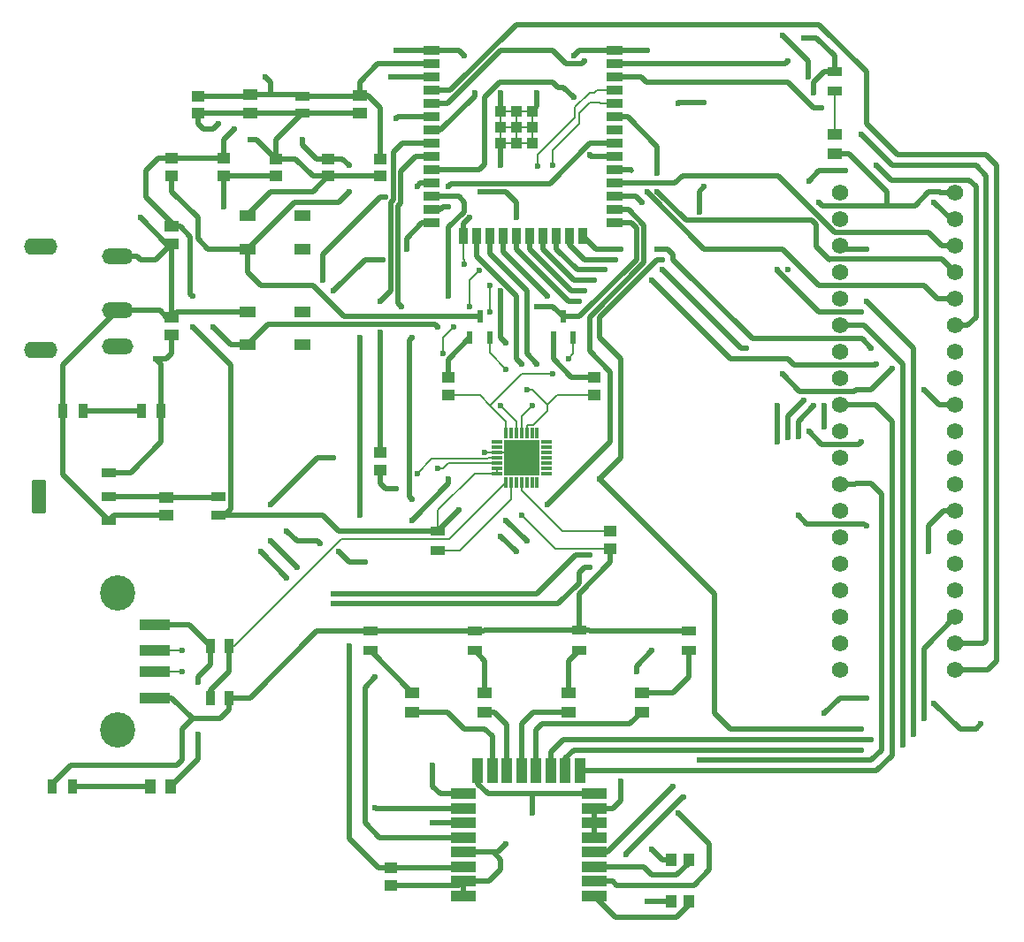
<source format=gbr>
%TF.GenerationSoftware,KiCad,Pcbnew,8.0.3*%
%TF.CreationDate,2024-10-11T11:20:33-04:00*%
%TF.ProjectId,G7 Senior Design V2,47372053-656e-4696-9f72-204465736967,rev?*%
%TF.SameCoordinates,Original*%
%TF.FileFunction,Copper,L1,Top*%
%TF.FilePolarity,Positive*%
%FSLAX46Y46*%
G04 Gerber Fmt 4.6, Leading zero omitted, Abs format (unit mm)*
G04 Created by KiCad (PCBNEW 8.0.3) date 2024-10-11 11:20:33*
%MOMM*%
%LPD*%
G01*
G04 APERTURE LIST*
G04 Aperture macros list*
%AMRoundRect*
0 Rectangle with rounded corners*
0 $1 Rounding radius*
0 $2 $3 $4 $5 $6 $7 $8 $9 X,Y pos of 4 corners*
0 Add a 4 corners polygon primitive as box body*
4,1,4,$2,$3,$4,$5,$6,$7,$8,$9,$2,$3,0*
0 Add four circle primitives for the rounded corners*
1,1,$1+$1,$2,$3*
1,1,$1+$1,$4,$5*
1,1,$1+$1,$6,$7*
1,1,$1+$1,$8,$9*
0 Add four rect primitives between the rounded corners*
20,1,$1+$1,$2,$3,$4,$5,0*
20,1,$1+$1,$4,$5,$6,$7,0*
20,1,$1+$1,$6,$7,$8,$9,0*
20,1,$1+$1,$8,$9,$2,$3,0*%
G04 Aperture macros list end*
%TA.AperFunction,SMDPad,CuDef*%
%ADD10R,1.346200X1.117600*%
%TD*%
%TA.AperFunction,ComponentPad*%
%ADD11C,1.574800*%
%TD*%
%TA.AperFunction,SMDPad,CuDef*%
%ADD12R,0.812800X1.346200*%
%TD*%
%TA.AperFunction,SMDPad,CuDef*%
%ADD13R,1.400000X0.950000*%
%TD*%
%TA.AperFunction,SMDPad,CuDef*%
%ADD14R,1.550000X1.000000*%
%TD*%
%TA.AperFunction,SMDPad,CuDef*%
%ADD15R,1.199998X1.005599*%
%TD*%
%TA.AperFunction,SMDPad,CuDef*%
%ADD16R,1.219200X1.066800*%
%TD*%
%TA.AperFunction,SMDPad,CuDef*%
%ADD17R,1.420000X1.000000*%
%TD*%
%TA.AperFunction,SMDPad,CuDef*%
%ADD18R,1.016000X1.193800*%
%TD*%
%TA.AperFunction,ComponentPad*%
%ADD19O,3.000000X1.500000*%
%TD*%
%TA.AperFunction,ComponentPad*%
%ADD20O,3.200000X1.600000*%
%TD*%
%TA.AperFunction,SMDPad,CuDef*%
%ADD21R,1.470000X1.130000*%
%TD*%
%TA.AperFunction,SMDPad,CuDef*%
%ADD22R,2.438400X0.990600*%
%TD*%
%TA.AperFunction,SMDPad,CuDef*%
%ADD23R,0.990600X2.438400*%
%TD*%
%TA.AperFunction,SMDPad,CuDef*%
%ADD24R,2.880000X1.120000*%
%TD*%
%TA.AperFunction,ComponentPad*%
%ADD25C,3.376000*%
%TD*%
%TA.AperFunction,SMDPad,CuDef*%
%ADD26R,0.920000X1.380000*%
%TD*%
%TA.AperFunction,SMDPad,CuDef*%
%ADD27R,0.950000X1.400000*%
%TD*%
%TA.AperFunction,SMDPad,CuDef*%
%ADD28R,0.558800X1.219200*%
%TD*%
%TA.AperFunction,SMDPad,CuDef*%
%ADD29R,1.380000X0.920000*%
%TD*%
%TA.AperFunction,SMDPad,CuDef*%
%ADD30R,1.000000X1.420000*%
%TD*%
%TA.AperFunction,SMDPad,CuDef*%
%ADD31R,1.390000X0.910000*%
%TD*%
%TA.AperFunction,SMDPad,CuDef*%
%ADD32R,1.498600X0.889000*%
%TD*%
%TA.AperFunction,SMDPad,CuDef*%
%ADD33R,0.889000X1.498600*%
%TD*%
%TA.AperFunction,SMDPad,CuDef*%
%ADD34R,1.041400X1.041400*%
%TD*%
%TA.AperFunction,SMDPad,CuDef*%
%ADD35RoundRect,0.069750X0.585250X0.395250X-0.585250X0.395250X-0.585250X-0.395250X0.585250X-0.395250X0*%
%TD*%
%TA.AperFunction,SMDPad,CuDef*%
%ADD36RoundRect,0.098250X0.556750X1.521750X-0.556750X1.521750X-0.556750X-1.521750X0.556750X-1.521750X0*%
%TD*%
%TA.AperFunction,SMDPad,CuDef*%
%ADD37R,1.193800X1.016000*%
%TD*%
%TA.AperFunction,SMDPad,CuDef*%
%ADD38R,1.000000X0.300000*%
%TD*%
%TA.AperFunction,SMDPad,CuDef*%
%ADD39R,0.300000X1.000000*%
%TD*%
%TA.AperFunction,SMDPad,CuDef*%
%ADD40R,3.350000X3.350000*%
%TD*%
%TA.AperFunction,SMDPad,CuDef*%
%ADD41R,1.346200X0.812800*%
%TD*%
%TA.AperFunction,ViaPad*%
%ADD42C,0.600000*%
%TD*%
%TA.AperFunction,Conductor*%
%ADD43C,0.500000*%
%TD*%
%TA.AperFunction,Conductor*%
%ADD44C,0.200000*%
%TD*%
G04 APERTURE END LIST*
D10*
%TO.P,C1,1*%
%TO.N,GND*%
X116000000Y-83500000D03*
%TO.P,C1,2*%
%TO.N,Net-(U3-VIN)*%
X116000000Y-85201800D03*
%TD*%
D11*
%TO.P,J3,1,1*%
%TO.N,Net-(U1-SENSOR_VP)*%
X191000000Y-117360000D03*
%TO.P,J3,2,2*%
%TO.N,Net-(U1-SENSOR_VN)*%
X191000000Y-114820000D03*
%TO.P,J3,3,3*%
%TO.N,Net-(U1-IO35)*%
X191000000Y-112280000D03*
%TO.P,J3,4,4*%
%TO.N,Net-(U1-IO25)*%
X191000000Y-109740000D03*
%TO.P,J3,5,5*%
%TO.N,Net-(U1-IO26)*%
X191000000Y-107200000D03*
%TO.P,J3,6,6*%
%TO.N,Net-(U1-IO14)*%
X191000000Y-104660000D03*
%TO.P,J3,7,7*%
%TO.N,Net-(U1-IO12)*%
X191000000Y-102120000D03*
%TO.P,J3,8,8*%
%TO.N,Net-(U1-IO13)*%
X191000000Y-99580000D03*
%TO.P,J3,9,9*%
%TO.N,Net-(U1-SD2)*%
X191000000Y-97040000D03*
%TO.P,J3,10,10*%
%TO.N,Net-(U1-SD3)*%
X191000000Y-94500000D03*
%TO.P,J3,11,11*%
%TO.N,Net-(U1-SD0)*%
X191000000Y-91960000D03*
%TO.P,J3,12,12*%
%TO.N,Net-(U1-SD1)*%
X191000000Y-89420000D03*
%TO.P,J3,13,13*%
%TO.N,Net-(U1-IO15)*%
X191000000Y-86880000D03*
%TO.P,J3,14,14*%
%TO.N,Net-(U1-IO22)*%
X191000000Y-84340000D03*
%TO.P,J3,15,15*%
%TO.N,Net-(U1-IO21)*%
X191000000Y-81800000D03*
%TO.P,J3,16,16*%
%TO.N,Net-(U1-IO5)*%
X191000000Y-79260000D03*
%TO.P,J3,17,17*%
%TO.N,Net-(U1-IO17)*%
X191000000Y-76720000D03*
%TO.P,J3,18,18*%
%TO.N,Net-(U1-IO16)*%
X191000000Y-74180000D03*
%TO.P,J3,19,19*%
%TO.N,Net-(U1-IO2)*%
X191000000Y-71640000D03*
%TD*%
%TO.P,J4,1,1*%
%TO.N,Net-(U1-CMD)*%
X180000000Y-117320000D03*
%TO.P,J4,2,2*%
%TO.N,GND*%
X180000000Y-114780000D03*
%TO.P,J4,3,3*%
X180000000Y-112240000D03*
%TO.P,J4,4,4*%
X180000000Y-109700000D03*
%TO.P,J4,5,5*%
%TO.N,Net-(U1-CLK)*%
X180000000Y-107160000D03*
%TO.P,J4,6,6*%
%TO.N,GND*%
X180000000Y-104620000D03*
%TO.P,J4,7,7*%
X180000000Y-102080000D03*
%TO.P,J4,8,8*%
%TO.N,Net-(U2-GPIO7)*%
X180000000Y-99540000D03*
%TO.P,J4,9,9*%
%TO.N,GND*%
X180000000Y-97000000D03*
%TO.P,J4,10,10*%
X180000000Y-94460000D03*
%TO.P,J4,11,11*%
%TO.N,Net-(U2-GPIO6{slash}EXTRXE{slash}SPIPHA)*%
X180000000Y-91920000D03*
%TO.P,J4,12,12*%
%TO.N,GND*%
X180000000Y-89380000D03*
%TO.P,J4,13,13*%
X180000000Y-86840000D03*
%TO.P,J4,14,14*%
%TO.N,Net-(U2-GPIO5{slash}EXTTXE{slash}SPIPOL)*%
X180000000Y-84300000D03*
%TO.P,J4,15,15*%
%TO.N,GND*%
X180000000Y-81760000D03*
%TO.P,J4,16,16*%
X180000000Y-79220000D03*
%TO.P,J4,17,17*%
%TO.N,Net-(U2-GPIO4{slash}EXTPA)*%
X180000000Y-76680000D03*
%TO.P,J4,18,18*%
%TO.N,GND*%
X180000000Y-74140000D03*
%TO.P,J4,19,19*%
X180000000Y-71600000D03*
%TD*%
D12*
%TO.P,R26,1*%
%TO.N,Net-(IC3-VBUS)*%
X119696600Y-120000000D03*
%TO.P,R26,2*%
%TO.N,GND*%
X121500000Y-120000000D03*
%TD*%
D13*
%TO.P,D2,1,K*%
%TO.N,GND*%
X155000000Y-113550000D03*
%TO.P,D2,2,A*%
%TO.N,Net-(D2-A)*%
X155000000Y-115450000D03*
%TD*%
D14*
%TO.P,EN,1*%
%TO.N,GND*%
X123250000Y-73800000D03*
%TO.P,EN,2*%
%TO.N,N/C*%
X128500000Y-73800000D03*
%TO.P,EN,3*%
%TO.N,/EN*%
X123250000Y-77000000D03*
%TO.P,EN,4*%
%TO.N,N/C*%
X128500000Y-77000000D03*
%TD*%
D15*
%TO.P,R11,1*%
%TO.N,Net-(IC3-VDD)*%
X116000000Y-68294402D03*
%TO.P,R11,2*%
%TO.N,/EN*%
X116000000Y-70000000D03*
%TD*%
D12*
%TO.P,R25,1*%
%TO.N,Net-(J1-VCC)*%
X119696600Y-115000000D03*
%TO.P,R25,2*%
%TO.N,Net-(IC3-VBUS)*%
X121500000Y-115000000D03*
%TD*%
D13*
%TO.P,D1,1,K*%
%TO.N,GND*%
X165500000Y-113600000D03*
%TO.P,D1,2,A*%
%TO.N,Net-(D1-A)*%
X165500000Y-115500000D03*
%TD*%
D16*
%TO.P,C14,1*%
%TO.N,GND*%
X131000000Y-70000000D03*
%TO.P,C14,2*%
%TO.N,/EN*%
X131000000Y-68349000D03*
%TD*%
%TO.P,C22,1*%
%TO.N,Net-(IC3-VDD)*%
X136000000Y-68349000D03*
%TO.P,C22,2*%
%TO.N,GND*%
X136000000Y-70000000D03*
%TD*%
D17*
%TO.P,R6,1*%
%TO.N,Net-(U2-GPIO0{slash}RXOKLED)*%
X139000000Y-121370000D03*
%TO.P,R6,2*%
%TO.N,Net-(D4-A)*%
X139000000Y-119500000D03*
%TD*%
D18*
%TO.P,R33,1*%
%TO.N,Net-(U1-IO33)*%
X163798200Y-139500000D03*
%TO.P,R33,2*%
%TO.N,Net-(U2-EXTON)*%
X165500000Y-139500000D03*
%TD*%
D19*
%TO.P,J2,1*%
%TO.N,Net-(U3-VIN)*%
X110800000Y-86300000D03*
%TO.P,J2,2*%
%TO.N,GND*%
X110800000Y-77700000D03*
%TO.P,J2,3*%
X110800000Y-82900000D03*
D20*
%TO.P,J2,S1,SHIELD*%
%TO.N,unconnected-(J2-SHIELD-PadS1)*%
X103500000Y-86700000D03*
%TO.P,J2,S2,SHIELD__1*%
%TO.N,unconnected-(J2-SHIELD__1-PadS2)*%
X103500000Y-76800000D03*
%TD*%
D21*
%TO.P,C19,1*%
%TO.N,Net-(IC3-VDD)*%
X123500000Y-62218000D03*
%TO.P,C19,2*%
%TO.N,GND*%
X123500000Y-64000000D03*
%TD*%
D22*
%TO.P,U2,1,EXTON*%
%TO.N,Net-(U2-EXTON)*%
X156500000Y-139000000D03*
%TO.P,U2,2,WAKEUP*%
%TO.N,Net-(U2-WAKEUP)*%
X156500000Y-137600001D03*
%TO.P,U2,3,RSTN*%
%TO.N,Net-(U2-RSTN)*%
X156500000Y-136200001D03*
%TO.P,U2,4,GPIO7*%
%TO.N,Net-(U2-GPIO7)*%
X156500000Y-134800001D03*
%TO.P,U2,5,VDDAON*%
%TO.N,Net-(IC3-VDD)*%
X156500000Y-133399999D03*
%TO.P,U2,6,VDD3V3*%
X156500000Y-131999999D03*
%TO.P,U2,7,VDD3V3*%
X156500000Y-130599999D03*
%TO.P,U2,8,VSS*%
%TO.N,GND*%
X156500000Y-129200000D03*
D23*
%TO.P,U2,9,GPIO6/EXTRXE/SPIPHA*%
%TO.N,Net-(U2-GPIO6{slash}EXTRXE{slash}SPIPHA)*%
X155096101Y-126999998D03*
%TO.P,U2,10,GPIO5/EXTTXE/SPIPOL*%
%TO.N,Net-(U2-GPIO5{slash}EXTTXE{slash}SPIPOL)*%
X153696102Y-126999998D03*
%TO.P,U2,11,GPIO4/EXTPA*%
%TO.N,Net-(U2-GPIO4{slash}EXTPA)*%
X152296102Y-126999998D03*
%TO.P,U2,12,GPIO3/TXLED*%
%TO.N,Net-(U2-GPIO3{slash}TXLED)*%
X150896102Y-126999998D03*
%TO.P,U2,13,GPIO2/RXLED*%
%TO.N,Net-(U2-GPIO2{slash}RXLED)*%
X149496100Y-126999998D03*
%TO.P,U2,14,GPIO1/SFDLED*%
%TO.N,Net-(U2-GPIO1{slash}SFDLED)*%
X148096100Y-126999998D03*
%TO.P,U2,15,GPIO0/RXOKLED*%
%TO.N,Net-(U2-GPIO0{slash}RXOKLED)*%
X146696100Y-126999998D03*
%TO.P,U2,16,VSS*%
%TO.N,GND*%
X145296101Y-126999998D03*
D22*
%TO.P,U2,17,SPICSN*%
%TO.N,Net-(U1-IO4)*%
X143892202Y-129200000D03*
%TO.P,U2,18,SPIMOSI*%
%TO.N,Net-(U1-IO23)*%
X143892202Y-130599999D03*
%TO.P,U2,19,SPIMISO*%
%TO.N,Net-(U1-IO19)*%
X143892202Y-131999999D03*
%TO.P,U2,20,SPICLK*%
%TO.N,Net-(U1-IO18)*%
X143892202Y-133399999D03*
%TO.P,U2,21,VSS*%
%TO.N,GND*%
X143892202Y-134800001D03*
%TO.P,U2,22,IRQ/GPIO8*%
%TO.N,Net-(U1-IO34)*%
X143892202Y-136200001D03*
%TO.P,U2,23,VSS*%
%TO.N,GND*%
X143892202Y-137600001D03*
%TO.P,U2,24,VSS*%
X143892202Y-139000000D03*
%TD*%
D10*
%TO.P,C31,1*%
%TO.N,Net-(IC3-VDD)*%
X116000000Y-74798200D03*
%TO.P,C31,2*%
%TO.N,GND*%
X116000000Y-76500000D03*
%TD*%
D24*
%TO.P,J1,01,VCC*%
%TO.N,Net-(J1-VCC)*%
X114372500Y-113000000D03*
%TO.P,J1,02,D-*%
%TO.N,Net-(IC3-D-)*%
X114372500Y-115500000D03*
%TO.P,J1,03,D+*%
%TO.N,Net-(IC3-D+)*%
X114372500Y-117500000D03*
%TO.P,J1,04,GND*%
%TO.N,GND*%
X114372500Y-120000000D03*
D25*
%TO.P,J1,S1,SHIELD*%
%TO.N,unconnected-(J1-SHIELD-PadS1)*%
X110792500Y-109930000D03*
%TO.P,J1,S2,SHIELD__1*%
%TO.N,unconnected-(J1-SHIELD__1-PadS2)*%
X110792500Y-123070000D03*
%TD*%
D26*
%TO.P,R2,1*%
%TO.N,Net-(U3-VIN)*%
X115000000Y-92500000D03*
%TO.P,R2,2*%
%TO.N,Net-(LED1-A)*%
X113090000Y-92500000D03*
%TD*%
D15*
%TO.P,R22,1*%
%TO.N,Net-(IC3-RTS)*%
X156500000Y-91000000D03*
%TO.P,R22,2*%
%TO.N,Net-(Q2-Pad1)*%
X156500000Y-89294402D03*
%TD*%
D13*
%TO.P,D3,1,K*%
%TO.N,GND*%
X145000000Y-113600000D03*
%TO.P,D3,2,A*%
%TO.N,Net-(D3-A)*%
X145000000Y-115500000D03*
%TD*%
D27*
%TO.P,D5,1,K*%
%TO.N,GND*%
X104600000Y-128500000D03*
%TO.P,D5,2,A*%
%TO.N,Net-(D5-A)*%
X106500000Y-128500000D03*
%TD*%
D13*
%TO.P,D6,1,K*%
%TO.N,GND*%
X179500000Y-60000000D03*
%TO.P,D6,2,A*%
%TO.N,Net-(D6-A)*%
X179500000Y-61900000D03*
%TD*%
D28*
%TO.P,Q1,1,1*%
%TO.N,Net-(Q1-Pad1)*%
X144549999Y-85520999D03*
%TO.P,Q1,2,2*%
%TO.N,Net-(IC3-RTS)*%
X146450001Y-85520999D03*
%TO.P,Q1,3,3*%
%TO.N,/EN*%
X145500000Y-83479000D03*
%TD*%
D17*
%TO.P,R5,1*%
%TO.N,Net-(U2-GPIO3{slash}TXLED)*%
X161000000Y-121370000D03*
%TO.P,R5,2*%
%TO.N,Net-(D1-A)*%
X161000000Y-119500000D03*
%TD*%
D15*
%TO.P,R15-1,1*%
%TO.N,Net-(U1-IO34)*%
X137000000Y-136294402D03*
%TO.P,R15-1,2*%
%TO.N,GND*%
X137000000Y-138000000D03*
%TD*%
D29*
%TO.P,R24,1*%
%TO.N,Net-(IC3-VDD)*%
X141500000Y-104000000D03*
%TO.P,R24,2*%
%TO.N,Net-(IC3-RSTB)*%
X141500000Y-105910000D03*
%TD*%
D16*
%TO.P,C3,1*%
%TO.N,Net-(IC3-VDD)*%
X118500000Y-62349000D03*
%TO.P,C3,2*%
%TO.N,GND*%
X118500000Y-64000000D03*
%TD*%
D17*
%TO.P,R4,1*%
%TO.N,Net-(U2-GPIO2{slash}RXLED)*%
X154000000Y-121370000D03*
%TO.P,R4,2*%
%TO.N,Net-(D2-A)*%
X154000000Y-119500000D03*
%TD*%
D30*
%TO.P,R1,1*%
%TO.N,Net-(J1-VCC)*%
X115870000Y-128500000D03*
%TO.P,R1,2*%
%TO.N,Net-(D5-A)*%
X114000000Y-128500000D03*
%TD*%
D15*
%TO.P,R23,1*%
%TO.N,Net-(IC3-SUSPENDB)*%
X158000000Y-104000000D03*
%TO.P,R23,2*%
%TO.N,GND*%
X158000000Y-105705598D03*
%TD*%
D16*
%TO.P,C15,1*%
%TO.N,GND*%
X126000000Y-68349000D03*
%TO.P,C15,2*%
%TO.N,/IO0*%
X126000000Y-70000000D03*
%TD*%
D31*
%TO.P,C20,1,1*%
%TO.N,Net-(IC3-VDD)*%
X128500000Y-62360000D03*
%TO.P,C20,2,2*%
%TO.N,GND*%
X128500000Y-64000000D03*
%TD*%
D17*
%TO.P,R7,1*%
%TO.N,Net-(U2-GPIO1{slash}SFDLED)*%
X146000000Y-121370000D03*
%TO.P,R7,2*%
%TO.N,Net-(D3-A)*%
X146000000Y-119500000D03*
%TD*%
D14*
%TO.P,IO0,1*%
%TO.N,GND*%
X123250000Y-83000000D03*
%TO.P,IO0,2*%
%TO.N,N/C*%
X128500000Y-83000000D03*
%TO.P,IO0,3*%
%TO.N,/IO0*%
X123250000Y-86200000D03*
%TO.P,IO0,4*%
%TO.N,N/C*%
X128500000Y-86200000D03*
%TD*%
D32*
%TO.P,U1,1,GND*%
%TO.N,GND*%
X140905000Y-58000000D03*
%TO.P,U1,2,3V3*%
%TO.N,Net-(IC3-VDD)*%
X140905000Y-59270000D03*
%TO.P,U1,3,EN*%
%TO.N,/EN*%
X140905000Y-60540000D03*
%TO.P,U1,4,SENSOR_VP*%
%TO.N,Net-(U1-SENSOR_VP)*%
X140905000Y-61810000D03*
%TO.P,U1,5,SENSOR_VN*%
%TO.N,Net-(U1-SENSOR_VN)*%
X140905000Y-63080000D03*
%TO.P,U1,6,IO34*%
%TO.N,Net-(U1-IO34)*%
X140905000Y-64350000D03*
%TO.P,U1,7,IO35*%
%TO.N,Net-(U1-IO35)*%
X140905000Y-65620000D03*
%TO.P,U1,8,IO32*%
%TO.N,Net-(U1-IO32)*%
X140905000Y-66890000D03*
%TO.P,U1,9,IO33*%
%TO.N,Net-(U1-IO33)*%
X140905000Y-68160000D03*
%TO.P,U1,10,IO25*%
%TO.N,Net-(U1-IO25)*%
X140905000Y-69430000D03*
%TO.P,U1,11,IO26*%
%TO.N,Net-(U1-IO26)*%
X140905000Y-70700000D03*
%TO.P,U1,12,IO27*%
%TO.N,Net-(U1-IO27)*%
X140905000Y-71970000D03*
%TO.P,U1,13,IO14*%
%TO.N,Net-(U1-IO14)*%
X140905000Y-73240000D03*
%TO.P,U1,14,IO12*%
%TO.N,Net-(U1-IO12)*%
X140905000Y-74510000D03*
D33*
%TO.P,U1,15,GND*%
%TO.N,GND*%
X143940000Y-75760000D03*
%TO.P,U1,16,IO13*%
%TO.N,Net-(U1-IO13)*%
X145210000Y-75760000D03*
%TO.P,U1,17,SD2*%
%TO.N,Net-(U1-SD2)*%
X146480000Y-75760000D03*
%TO.P,U1,18,SD3*%
%TO.N,Net-(U1-SD3)*%
X147750000Y-75760000D03*
%TO.P,U1,19,CMD*%
%TO.N,Net-(U1-CMD)*%
X149020000Y-75760000D03*
%TO.P,U1,20,CLK*%
%TO.N,Net-(U1-CLK)*%
X150290000Y-75760000D03*
%TO.P,U1,21,SD0*%
%TO.N,Net-(U1-SD0)*%
X151560000Y-75760000D03*
%TO.P,U1,22,SD1*%
%TO.N,Net-(U1-SD1)*%
X152830000Y-75760000D03*
%TO.P,U1,23,IO15*%
%TO.N,Net-(U1-IO15)*%
X154100000Y-75760000D03*
%TO.P,U1,24,IO2*%
%TO.N,Net-(U1-IO2)*%
X155370000Y-75760000D03*
D32*
%TO.P,U1,25,IO0*%
%TO.N,/IO0*%
X158405000Y-74510000D03*
%TO.P,U1,26,IO4*%
%TO.N,Net-(U1-IO4)*%
X158405000Y-73240000D03*
%TO.P,U1,27,IO16*%
%TO.N,Net-(U1-IO16)*%
X158405000Y-71970000D03*
%TO.P,U1,28,IO17*%
%TO.N,Net-(U1-IO17)*%
X158405000Y-70700000D03*
%TO.P,U1,29,IO5*%
%TO.N,Net-(U1-IO5)*%
X158405000Y-69430000D03*
%TO.P,U1,30,IO18*%
%TO.N,Net-(U1-IO18)*%
X158405000Y-68160000D03*
%TO.P,U1,31,IO19*%
%TO.N,Net-(U1-IO19)*%
X158405000Y-66890000D03*
%TO.P,U1,32,NC*%
%TO.N,unconnected-(U1-NC-Pad32)*%
X158405000Y-65620000D03*
%TO.P,U1,33,IO21*%
%TO.N,Net-(U1-IO21)*%
X158405000Y-64350000D03*
%TO.P,U1,34,RXD0*%
%TO.N,Net-(IC3-TXD)*%
X158405000Y-63080000D03*
%TO.P,U1,35,TXD0*%
%TO.N,Net-(IC3-RXD)*%
X158405000Y-61810000D03*
%TO.P,U1,36,IO22*%
%TO.N,Net-(U1-IO22)*%
X158405000Y-60540000D03*
%TO.P,U1,37,IO23*%
%TO.N,Net-(U1-IO23)*%
X158405000Y-59270000D03*
%TO.P,U1,38,GND*%
%TO.N,GND*%
X158405000Y-58000000D03*
D34*
%TO.P,U1,39,GND*%
X148975000Y-65340000D03*
%TO.P,U1,40,GND*%
X147450000Y-63815000D03*
%TO.P,U1,41,GND*%
X147450000Y-65340000D03*
%TO.P,U1,42,GND*%
X147450000Y-66865000D03*
%TO.P,U1,43,GND*%
X148975000Y-66865000D03*
%TO.P,U1,44,GND*%
X150500000Y-66865000D03*
%TO.P,U1,45,GND*%
X150500000Y-65340000D03*
%TO.P,U1,46,GND*%
X150500000Y-63815000D03*
%TO.P,U1,47,GND*%
X148975000Y-63815000D03*
%TD*%
D15*
%TO.P,R21,1*%
%TO.N,Net-(IC3-DTR)*%
X142500000Y-91000000D03*
%TO.P,R21,2*%
%TO.N,Net-(Q1-Pad1)*%
X142500000Y-89294402D03*
%TD*%
D13*
%TO.P,D4,1,K*%
%TO.N,GND*%
X135000000Y-113600000D03*
%TO.P,D4,2,A*%
%TO.N,Net-(D4-A)*%
X135000000Y-115500000D03*
%TD*%
D35*
%TO.P,U3,1,GND/ADJ*%
%TO.N,GND*%
X110000000Y-103000000D03*
%TO.P,U3,2,VOUT*%
%TO.N,Net-(U3-VOUT)*%
X110000000Y-100710000D03*
%TO.P,U3,3,VIN*%
%TO.N,Net-(U3-VIN)*%
X110000000Y-98420000D03*
D36*
%TO.P,U3,4*%
%TO.N,N/C*%
X103310000Y-100710000D03*
%TD*%
D17*
%TO.P,R3,1*%
%TO.N,Net-(U1-IO2)*%
X179500000Y-67870000D03*
%TO.P,R3,2*%
%TO.N,Net-(D6-A)*%
X179500000Y-66000000D03*
%TD*%
D27*
%TO.P,LED1,1,K*%
%TO.N,GND*%
X105600000Y-92500000D03*
%TO.P,LED1,2,A*%
%TO.N,Net-(LED1-A)*%
X107500000Y-92500000D03*
%TD*%
D37*
%TO.P,R32,1*%
%TO.N,Net-(U1-IO32)*%
X136000000Y-96500000D03*
%TO.P,R32,2*%
%TO.N,Net-(U2-WAKEUP)*%
X136000000Y-98201800D03*
%TD*%
D28*
%TO.P,Q2,1,1*%
%TO.N,Net-(Q2-Pad1)*%
X152549999Y-85520999D03*
%TO.P,Q2,2,2*%
%TO.N,Net-(IC3-DTR)*%
X154450001Y-85520999D03*
%TO.P,Q2,3,3*%
%TO.N,/IO0*%
X153500000Y-83479000D03*
%TD*%
D15*
%TO.P,R34,1*%
%TO.N,Net-(IC3-VDD)*%
X121000000Y-68294402D03*
%TO.P,R34,2*%
%TO.N,/IO0*%
X121000000Y-70000000D03*
%TD*%
D38*
%TO.P,IC3,1,DCD*%
%TO.N,unconnected-(IC3-DCD-Pad1)*%
X147150000Y-95500000D03*
%TO.P,IC3,2,RI/CLK*%
%TO.N,unconnected-(IC3-RI{slash}CLK-Pad2)*%
X147150000Y-96000000D03*
%TO.P,IC3,3,GND*%
%TO.N,GND*%
X147150000Y-96500000D03*
%TO.P,IC3,4,D+*%
%TO.N,Net-(IC3-D+)*%
X147150000Y-97000000D03*
%TO.P,IC3,5,D-*%
%TO.N,Net-(IC3-D-)*%
X147150000Y-97500000D03*
%TO.P,IC3,6,VDD*%
%TO.N,Net-(IC3-VDD)*%
X147150000Y-98000000D03*
%TO.P,IC3,7,VREGIN*%
X147150000Y-98500000D03*
D39*
%TO.P,IC3,8,VBUS*%
%TO.N,Net-(IC3-VBUS)*%
X148000000Y-99350000D03*
%TO.P,IC3,9,RSTB*%
%TO.N,Net-(IC3-RSTB)*%
X148500000Y-99350000D03*
%TO.P,IC3,10,NC*%
%TO.N,unconnected-(IC3-NC-Pad10)*%
X149000000Y-99350000D03*
%TO.P,IC3,11,SUSPENDB*%
%TO.N,Net-(IC3-SUSPENDB)*%
X149500000Y-99350000D03*
%TO.P,IC3,12,SUSPEND*%
%TO.N,unconnected-(IC3-SUSPEND-Pad12)*%
X150000000Y-99350000D03*
%TO.P,IC3,13,CHREN*%
%TO.N,unconnected-(IC3-CHREN-Pad13)*%
X150500000Y-99350000D03*
%TO.P,IC3,14,CHR1*%
%TO.N,unconnected-(IC3-CHR1-Pad14)*%
X151000000Y-99350000D03*
D38*
%TO.P,IC3,15,CHR0*%
%TO.N,unconnected-(IC3-CHR0-Pad15)*%
X151850000Y-98500000D03*
%TO.P,IC3,16,GPIO.3/WAKEUP*%
%TO.N,unconnected-(IC3-GPIO.3{slash}WAKEUP-Pad16)*%
X151850000Y-98000000D03*
%TO.P,IC3,17,GPIO.2/RS485*%
%TO.N,unconnected-(IC3-GPIO.2{slash}RS485-Pad17)*%
X151850000Y-97500000D03*
%TO.P,IC3,18,GPIO.1/RXT*%
%TO.N,unconnected-(IC3-GPIO.1{slash}RXT-Pad18)*%
X151850000Y-97000000D03*
%TO.P,IC3,19,GPIO.0/TXT*%
%TO.N,unconnected-(IC3-GPIO.0{slash}TXT-Pad19)*%
X151850000Y-96500000D03*
%TO.P,IC3,20,GPIO.6*%
%TO.N,unconnected-(IC3-GPIO.6-Pad20)*%
X151850000Y-96000000D03*
%TO.P,IC3,21,GPIO.5*%
%TO.N,unconnected-(IC3-GPIO.5-Pad21)*%
X151850000Y-95500000D03*
D39*
%TO.P,IC3,22,GPIO.4*%
%TO.N,unconnected-(IC3-GPIO.4-Pad22)*%
X151000000Y-94650000D03*
%TO.P,IC3,23,CTS*%
%TO.N,unconnected-(IC3-CTS-Pad23)*%
X150500000Y-94650000D03*
%TO.P,IC3,24,RTS*%
%TO.N,Net-(IC3-RTS)*%
X150000000Y-94650000D03*
%TO.P,IC3,25,RXD*%
%TO.N,Net-(IC3-RXD)*%
X149500000Y-94650000D03*
%TO.P,IC3,26,TXD*%
%TO.N,Net-(IC3-TXD)*%
X149000000Y-94650000D03*
%TO.P,IC3,27,DSR*%
%TO.N,unconnected-(IC3-DSR-Pad27)*%
X148500000Y-94650000D03*
%TO.P,IC3,28,DTR*%
%TO.N,Net-(IC3-DTR)*%
X148000000Y-94650000D03*
D40*
%TO.P,IC3,29,BGND*%
%TO.N,GND*%
X149500000Y-97000000D03*
%TD*%
D41*
%TO.P,R0-1,1*%
%TO.N,Net-(U3-VOUT)*%
X120500000Y-100696600D03*
%TO.P,R0-1,2*%
%TO.N,Net-(IC3-VDD)*%
X120500000Y-102500000D03*
%TD*%
D10*
%TO.P,C21,1*%
%TO.N,Net-(IC3-VDD)*%
X134000000Y-62298200D03*
%TO.P,C21,2*%
%TO.N,GND*%
X134000000Y-64000000D03*
%TD*%
D18*
%TO.P,R31,1*%
%TO.N,Net-(U1-IO27)*%
X163798200Y-135500000D03*
%TO.P,R31,2*%
%TO.N,Net-(U2-RSTN)*%
X165500000Y-135500000D03*
%TD*%
D10*
%TO.P,C3-1,1*%
%TO.N,Net-(U3-VOUT)*%
X115500000Y-100798200D03*
%TO.P,C3-1,2*%
%TO.N,GND*%
X115500000Y-102500000D03*
%TD*%
D42*
%TO.N,GND*%
X144500000Y-74000000D03*
X177500000Y-62000000D03*
X146000000Y-96500000D03*
X147500000Y-69000000D03*
X151000000Y-62000000D03*
X144000000Y-78500000D03*
X178500000Y-92000000D03*
X154500000Y-58500000D03*
X178500000Y-94000000D03*
X176500000Y-56750000D03*
X144000000Y-58500000D03*
X148000000Y-134000000D03*
X113000000Y-74000000D03*
X161500000Y-58000000D03*
X120500000Y-65000000D03*
X123500000Y-66500000D03*
X147500000Y-62000000D03*
X149000000Y-97500000D03*
X137500000Y-58000000D03*
X149500000Y-102500000D03*
X150500000Y-131000000D03*
%TO.N,Net-(IC3-VDD)*%
X118000000Y-81500000D03*
X159000000Y-128000000D03*
X147500000Y-104500000D03*
X143500000Y-102000000D03*
X125000000Y-60500000D03*
X122000000Y-65500000D03*
X118000000Y-84500000D03*
X149000000Y-106000000D03*
%TO.N,/EN*%
X128500000Y-66500000D03*
X133000000Y-69000000D03*
X137000000Y-60500000D03*
X133000000Y-71500000D03*
%TO.N,/IO0*%
X141500000Y-84500000D03*
X121000000Y-73000000D03*
X151000000Y-82500000D03*
X120000000Y-84500000D03*
%TO.N,Net-(IC3-RTS)*%
X150000000Y-90500000D03*
X148000000Y-88500000D03*
%TO.N,Net-(IC3-RXD)*%
X151030331Y-69030331D03*
X146500000Y-80500000D03*
X146500000Y-83000000D03*
X150530331Y-91969669D03*
%TO.N,Net-(IC3-D+)*%
X139500000Y-98500000D03*
X117000000Y-117500000D03*
%TO.N,Net-(IC3-D-)*%
X117000000Y-115500000D03*
X141500000Y-98000000D03*
%TO.N,Net-(IC3-TXD)*%
X143000000Y-84500000D03*
X142000000Y-87000000D03*
X145469669Y-79030331D03*
X152500000Y-69000000D03*
X144500000Y-82500000D03*
X147500000Y-92000000D03*
%TO.N,Net-(IC3-DTR)*%
X154000000Y-87500000D03*
X152500000Y-89000000D03*
%TO.N,Net-(J1-VCC)*%
X118500000Y-118500000D03*
X118500000Y-123500000D03*
%TO.N,Net-(U3-VIN)*%
X114500000Y-87500000D03*
%TO.N,Net-(U1-IO27)*%
X162000000Y-115500000D03*
X142500000Y-81500000D03*
X162000000Y-134500000D03*
X160500000Y-117500000D03*
%TO.N,Net-(U1-IO32)*%
X136000000Y-82000000D03*
X136000000Y-85000000D03*
%TO.N,Net-(U2-WAKEUP)*%
X148000000Y-103000000D03*
X150000000Y-105000000D03*
X164500000Y-131000000D03*
X137500000Y-100000000D03*
%TO.N,Net-(U1-IO33)*%
X161500000Y-139500000D03*
X139000000Y-103000000D03*
X142500000Y-99000000D03*
X138000000Y-82500000D03*
%TO.N,Net-(U1-IO34)*%
X134000000Y-102500000D03*
X133000000Y-115000000D03*
X137500000Y-64500000D03*
X134000000Y-85500000D03*
%TO.N,Net-(U1-IO23)*%
X135500000Y-130500000D03*
X175000000Y-59000000D03*
X165000000Y-129500000D03*
X159500000Y-135000000D03*
%TO.N,Net-(U1-IO18)*%
X135500000Y-118000000D03*
X130174265Y-105174265D03*
X132000000Y-106000000D03*
X134500000Y-107000000D03*
X156000000Y-68000000D03*
X127000000Y-104000000D03*
%TO.N,Net-(U1-IO4)*%
X152000000Y-101500000D03*
X141000000Y-126500000D03*
%TO.N,Net-(U1-IO19)*%
X142500000Y-71000000D03*
X139000000Y-101000000D03*
X141000000Y-132000000D03*
X139000000Y-85500000D03*
%TO.N,Net-(U1-IO35)*%
X166500000Y-73500000D03*
X188000000Y-122000000D03*
X182000000Y-123000000D03*
X145000000Y-62000000D03*
X167000000Y-71000000D03*
X157000000Y-99000000D03*
X163000000Y-78000000D03*
%TO.N,Net-(U1-SD0)*%
X183500000Y-88000000D03*
X188000000Y-90500000D03*
X156500000Y-80000000D03*
X162000000Y-80000000D03*
%TO.N,Net-(U1-IO21)*%
X161500000Y-71500000D03*
X162500000Y-69750000D03*
%TO.N,Net-(U1-IO2)*%
X178000000Y-72500000D03*
X159000000Y-77000000D03*
%TO.N,Net-(U1-SD3)*%
X182000000Y-83000000D03*
X174000000Y-79000000D03*
X152000000Y-81500000D03*
%TO.N,Net-(U1-IO22)*%
X178250000Y-63500000D03*
X183500000Y-69000000D03*
%TO.N,Net-(U1-SD2)*%
X151000000Y-88000000D03*
%TO.N,Net-(U1-IO15)*%
X158500000Y-78000000D03*
X162500000Y-77000000D03*
X183000000Y-86500000D03*
%TO.N,Net-(U1-IO25)*%
X164469669Y-63030331D03*
X174500000Y-56500000D03*
X176969669Y-60469669D03*
X189000000Y-120500000D03*
X193500000Y-122500000D03*
X167000000Y-63000000D03*
X154500000Y-62500000D03*
%TO.N,Net-(U1-IO5)*%
X159930000Y-69430000D03*
X162500000Y-71500000D03*
%TO.N,Net-(U1-IO26)*%
X139500000Y-71000000D03*
X136500000Y-72000000D03*
X125500000Y-105000000D03*
X131500000Y-110000000D03*
X130500000Y-80000000D03*
X156000000Y-106305598D03*
X128000000Y-107500000D03*
%TO.N,Net-(U1-IO16)*%
X189000000Y-72500000D03*
X180500000Y-69500000D03*
X161000000Y-72500000D03*
X177000000Y-70500000D03*
%TO.N,Net-(U1-SENSOR_VN)*%
X155500000Y-59000000D03*
X182000000Y-66000000D03*
%TO.N,Net-(U1-SD1)*%
X174500000Y-89000000D03*
X171000000Y-86500000D03*
X185030331Y-88469669D03*
X163000000Y-79000000D03*
X157500000Y-79000000D03*
%TO.N,Net-(U1-IO13)*%
X177000000Y-94500000D03*
X149500000Y-88000000D03*
X182000000Y-95500000D03*
%TO.N,Net-(U1-IO14)*%
X147469669Y-81030331D03*
X148000000Y-86000000D03*
X176000000Y-102500000D03*
X182500000Y-103500000D03*
X142500000Y-73000000D03*
X174000000Y-92000000D03*
X149000000Y-74000000D03*
X174000000Y-95500000D03*
X145500000Y-71500000D03*
%TO.N,Net-(U2-GPIO4{slash}EXTPA)*%
X182500000Y-77000000D03*
X187000000Y-123500000D03*
X183000000Y-124000000D03*
X182500000Y-82000000D03*
%TO.N,Net-(U1-CMD)*%
X175000000Y-79000000D03*
X176500000Y-91500000D03*
X175000000Y-95060661D03*
X155000000Y-82000000D03*
%TO.N,Net-(U2-GPIO7)*%
X166500000Y-126000000D03*
X164000000Y-128500000D03*
%TO.N,Net-(U1-CLK)*%
X176000000Y-95000000D03*
X177500000Y-92000000D03*
X155500000Y-81000000D03*
%TO.N,Net-(U2-GPIO5{slash}EXTTXE{slash}SPIPOL)*%
X186000000Y-124500000D03*
X182000000Y-125000000D03*
%TO.N,Net-(U1-IO12)*%
X182500000Y-120000000D03*
X131500000Y-111000000D03*
X178500000Y-121500000D03*
X138500000Y-77000000D03*
X124500000Y-106000000D03*
X127000000Y-108500000D03*
X156000000Y-107500000D03*
X131500000Y-97000000D03*
X131500000Y-81000000D03*
X125500000Y-101500000D03*
X188500000Y-106000000D03*
X136250000Y-78000000D03*
%TD*%
D43*
%TO.N,Net-(U1-IO16)*%
X180500000Y-69500000D02*
X178000000Y-69500000D01*
X178000000Y-69500000D02*
X177000000Y-70500000D01*
%TO.N,Net-(U1-IO2)*%
X180870000Y-67870000D02*
X179500000Y-67870000D01*
X184500000Y-71500000D02*
X180870000Y-67870000D01*
X184500000Y-72837400D02*
X184500000Y-71500000D01*
D44*
%TO.N,Net-(D6-A)*%
X179500000Y-66000000D02*
X179500000Y-61900000D01*
D43*
%TO.N,GND*%
X118000000Y-122000000D02*
X120673100Y-122000000D01*
X146399999Y-137600001D02*
X147500000Y-136500000D01*
X120673100Y-122000000D02*
X121500000Y-121173100D01*
X128500000Y-64000000D02*
X123500000Y-64000000D01*
X131000000Y-70000000D02*
X129500000Y-70000000D01*
X115500000Y-102500000D02*
X110500000Y-102500000D01*
X143892202Y-139000000D02*
X143892202Y-137600001D01*
X147500000Y-136500000D02*
X147500000Y-135500000D01*
X147500000Y-66915000D02*
X147450000Y-66865000D01*
D44*
X150500000Y-63815000D02*
X150500000Y-65340000D01*
D43*
X143492203Y-138000000D02*
X143892202Y-137600001D01*
X117000000Y-123000000D02*
X118000000Y-122000000D01*
X110500000Y-102500000D02*
X110000000Y-103000000D01*
X151000000Y-63315000D02*
X150500000Y-63815000D01*
X105600000Y-98600000D02*
X110000000Y-103000000D01*
X116000000Y-76500000D02*
X116000000Y-83500000D01*
D44*
X148975000Y-66865000D02*
X148975000Y-65340000D01*
X147150000Y-96500000D02*
X146000000Y-96500000D01*
D43*
X143892202Y-137600001D02*
X146399999Y-137600001D01*
D44*
X150500000Y-66865000D02*
X148975000Y-66865000D01*
D43*
X143940000Y-74560000D02*
X144500000Y-74000000D01*
X125500000Y-71500000D02*
X129500000Y-71500000D01*
D44*
X147450000Y-63815000D02*
X147450000Y-65340000D01*
X144000000Y-78000000D02*
X143940000Y-77940000D01*
D43*
X116000000Y-83500000D02*
X115500000Y-83500000D01*
D44*
X147150000Y-96500000D02*
X149000000Y-96500000D01*
X152705598Y-105705598D02*
X158000000Y-105705598D01*
D43*
X137000000Y-138000000D02*
X143492203Y-138000000D01*
X145296101Y-128214499D02*
X145296101Y-126999998D01*
X143500000Y-58000000D02*
X144000000Y-58500000D01*
X147199999Y-134800001D02*
X148000000Y-134000000D01*
D44*
X150500000Y-66865000D02*
X150500000Y-65340000D01*
D43*
X147500000Y-63765000D02*
X147450000Y-63815000D01*
X131000000Y-70000000D02*
X136000000Y-70000000D01*
X146800001Y-134800001D02*
X147199999Y-134800001D01*
X155000000Y-58000000D02*
X154500000Y-58500000D01*
D44*
X144000000Y-78500000D02*
X144000000Y-78000000D01*
D43*
X116500000Y-83000000D02*
X116000000Y-83500000D01*
X176500000Y-56750000D02*
X177750000Y-56750000D01*
X135000000Y-113600000D02*
X129900000Y-113600000D01*
X119000000Y-65500000D02*
X118500000Y-65000000D01*
X155000000Y-113550000D02*
X155950000Y-113550000D01*
X146281602Y-129200000D02*
X145296101Y-128214499D01*
X104600000Y-128500000D02*
X104600000Y-128275000D01*
X105600000Y-92500000D02*
X105600000Y-88100000D01*
X113000000Y-78000000D02*
X112700000Y-77700000D01*
X156500000Y-129200000D02*
X150500000Y-129200000D01*
X156000000Y-113600000D02*
X165500000Y-113600000D01*
X145900000Y-113600000D02*
X145950000Y-113550000D01*
D44*
X143940000Y-77940000D02*
X143940000Y-75760000D01*
D43*
X158000000Y-105705598D02*
X158000000Y-107000000D01*
X116000000Y-120000000D02*
X118000000Y-122000000D01*
X127849000Y-68349000D02*
X126000000Y-68349000D01*
X158000000Y-107000000D02*
X155000000Y-110000000D01*
X177500000Y-61000000D02*
X178500000Y-60000000D01*
X120500000Y-65000000D02*
X120000000Y-65500000D01*
D44*
X148975000Y-63815000D02*
X148975000Y-65340000D01*
D43*
X147500000Y-62000000D02*
X147500000Y-63765000D01*
X115500000Y-83500000D02*
X114900000Y-82900000D01*
X114372500Y-120000000D02*
X116000000Y-120000000D01*
D44*
X148975000Y-63815000D02*
X150500000Y-63815000D01*
D43*
X105600000Y-88100000D02*
X110800000Y-82900000D01*
X140905000Y-58000000D02*
X137500000Y-58000000D01*
X106375000Y-126500000D02*
X116500000Y-126500000D01*
X140905000Y-58000000D02*
X143500000Y-58000000D01*
D44*
X149500000Y-97000000D02*
X149000000Y-97500000D01*
D43*
X158405000Y-58000000D02*
X161500000Y-58000000D01*
X178500000Y-94000000D02*
X178500000Y-92000000D01*
X150500000Y-131000000D02*
X150500000Y-129200000D01*
X129900000Y-113600000D02*
X123500000Y-120000000D01*
X112700000Y-77700000D02*
X110800000Y-77700000D01*
X121500000Y-121173100D02*
X121500000Y-120000000D01*
X104600000Y-128275000D02*
X106375000Y-126500000D01*
X177750000Y-56750000D02*
X179500000Y-58500000D01*
D44*
X147450000Y-66865000D02*
X147450000Y-65340000D01*
D43*
X134000000Y-64000000D02*
X128500000Y-64000000D01*
X120000000Y-65500000D02*
X119000000Y-65500000D01*
X158405000Y-58000000D02*
X155000000Y-58000000D01*
X123250000Y-73750000D02*
X125500000Y-71500000D01*
X129500000Y-70000000D02*
X127849000Y-68349000D01*
X105600000Y-92500000D02*
X105600000Y-98600000D01*
X114900000Y-82900000D02*
X110800000Y-82900000D01*
X116000000Y-76500000D02*
X115500000Y-76500000D01*
X145000000Y-113600000D02*
X145900000Y-113600000D01*
D44*
X148975000Y-66865000D02*
X147450000Y-66865000D01*
D43*
X135000000Y-113600000D02*
X145000000Y-113600000D01*
X123250000Y-73800000D02*
X123250000Y-73750000D01*
X117000000Y-126000000D02*
X117000000Y-123000000D01*
X115500000Y-76500000D02*
X113000000Y-74000000D01*
X116000000Y-76500000D02*
X114500000Y-78000000D01*
D44*
X149000000Y-96500000D02*
X149500000Y-97000000D01*
D43*
X155000000Y-110000000D02*
X155000000Y-113550000D01*
X118500000Y-65000000D02*
X118500000Y-64000000D01*
X123250000Y-83000000D02*
X116500000Y-83000000D01*
X143940000Y-75760000D02*
X143940000Y-74560000D01*
X116500000Y-126500000D02*
X117000000Y-126000000D01*
X128500000Y-64000000D02*
X126000000Y-66500000D01*
X147500000Y-135500000D02*
X146800001Y-134800001D01*
X145950000Y-113550000D02*
X155000000Y-113550000D01*
X146800001Y-134800001D02*
X143892202Y-134800001D01*
X124151000Y-66500000D02*
X126000000Y-68349000D01*
X129500000Y-71500000D02*
X131000000Y-70000000D01*
D44*
X147450000Y-65340000D02*
X148975000Y-65340000D01*
D43*
X147500000Y-69000000D02*
X147500000Y-66915000D01*
X178500000Y-60000000D02*
X179500000Y-60000000D01*
X150500000Y-129200000D02*
X146281602Y-129200000D01*
X123500000Y-66500000D02*
X124151000Y-66500000D01*
X114500000Y-78000000D02*
X113000000Y-78000000D01*
X126000000Y-66500000D02*
X126000000Y-68349000D01*
X179500000Y-58500000D02*
X179500000Y-60000000D01*
D44*
X147450000Y-63815000D02*
X148975000Y-63815000D01*
D43*
X155950000Y-113550000D02*
X156000000Y-113600000D01*
X123500000Y-64000000D02*
X118500000Y-64000000D01*
D44*
X150500000Y-65340000D02*
X148975000Y-65340000D01*
X149500000Y-102500000D02*
X152705598Y-105705598D01*
D43*
X151000000Y-62000000D02*
X151000000Y-63315000D01*
X123500000Y-120000000D02*
X121500000Y-120000000D01*
X177500000Y-62000000D02*
X177500000Y-61000000D01*
%TO.N,Net-(IC3-VDD)*%
X156500000Y-130599999D02*
X158219200Y-130599999D01*
X116798200Y-74798200D02*
X116000000Y-74798200D01*
X149000000Y-106000000D02*
X147500000Y-104500000D01*
X121018654Y-102500000D02*
X121623100Y-101895554D01*
X114705598Y-68294402D02*
X116000000Y-68294402D01*
D44*
X141500000Y-102000000D02*
X141500000Y-104000000D01*
D43*
X159000000Y-129819199D02*
X159000000Y-128000000D01*
X116000000Y-74798200D02*
X116000000Y-74500000D01*
X135730000Y-59270000D02*
X140905000Y-59270000D01*
D44*
X147150000Y-98500000D02*
X145000000Y-98500000D01*
D43*
X117800000Y-81300000D02*
X117800000Y-75800000D01*
X113500000Y-69500000D02*
X114705598Y-68294402D01*
X116000000Y-68294402D02*
X121000000Y-68294402D01*
X128358000Y-62218000D02*
X128500000Y-62360000D01*
X120500000Y-102500000D02*
X121018654Y-102500000D01*
X125000000Y-60500000D02*
X125500000Y-61000000D01*
X158219200Y-130599999D02*
X159000000Y-129819199D01*
X121623100Y-101895554D02*
X121623100Y-88123100D01*
X118500000Y-62349000D02*
X123369000Y-62349000D01*
X128500000Y-62360000D02*
X133938200Y-62360000D01*
X118000000Y-81500000D02*
X117800000Y-81300000D01*
X134798200Y-62298200D02*
X134000000Y-62298200D01*
X156500000Y-131999999D02*
X156500000Y-130599999D01*
X123369000Y-62349000D02*
X123500000Y-62218000D01*
X143500000Y-102000000D02*
X141500000Y-104000000D01*
X134000000Y-62298200D02*
X134000000Y-61000000D01*
X134000000Y-61000000D02*
X135730000Y-59270000D01*
X125500000Y-61000000D02*
X125500000Y-62218000D01*
X130500000Y-102500000D02*
X132000000Y-104000000D01*
X123500000Y-62218000D02*
X125500000Y-62218000D01*
D44*
X145000000Y-98500000D02*
X141500000Y-102000000D01*
D43*
X113500000Y-72000000D02*
X113500000Y-69500000D01*
X136000000Y-68349000D02*
X136000000Y-63500000D01*
X116000000Y-74500000D02*
X113500000Y-72000000D01*
X121000000Y-68294402D02*
X121000000Y-66500000D01*
X117800000Y-75800000D02*
X116798200Y-74798200D01*
X132000000Y-104000000D02*
X141500000Y-104000000D01*
X121000000Y-66500000D02*
X122000000Y-65500000D01*
X125500000Y-62218000D02*
X128358000Y-62218000D01*
X121623100Y-88123100D02*
X118000000Y-84500000D01*
X156500000Y-131999999D02*
X156500000Y-133399999D01*
X136000000Y-63500000D02*
X134798200Y-62298200D01*
D44*
X147150000Y-98500000D02*
X147150000Y-98000000D01*
D43*
X133938200Y-62360000D02*
X134000000Y-62298200D01*
X120500000Y-102500000D02*
X130500000Y-102500000D01*
%TO.N,/EN*%
X129500000Y-80500000D02*
X124500000Y-80500000D01*
X116000000Y-71500000D02*
X118500000Y-74000000D01*
X133000000Y-69000000D02*
X132349000Y-68349000D01*
X118500000Y-76000000D02*
X119500000Y-77000000D01*
X116000000Y-70000000D02*
X116000000Y-71500000D01*
X132349000Y-68349000D02*
X131000000Y-68349000D01*
X132000000Y-72500000D02*
X133000000Y-71500000D01*
X145500000Y-83479000D02*
X132479000Y-83479000D01*
X124500000Y-80500000D02*
X123250000Y-79250000D01*
X128500000Y-67000000D02*
X129849000Y-68349000D01*
X118500000Y-74000000D02*
X118500000Y-76000000D01*
X128500000Y-66500000D02*
X128500000Y-67000000D01*
X127750000Y-72500000D02*
X132000000Y-72500000D01*
X123250000Y-77000000D02*
X127750000Y-72500000D01*
X119500000Y-77000000D02*
X123250000Y-77000000D01*
X140041200Y-60500000D02*
X137000000Y-60500000D01*
X123250000Y-79250000D02*
X123250000Y-77000000D01*
X140905000Y-60540000D02*
X140081200Y-60540000D01*
X140081200Y-60540000D02*
X140041200Y-60500000D01*
X132479000Y-83479000D02*
X129500000Y-80500000D01*
X129849000Y-68349000D02*
X131000000Y-68349000D01*
%TO.N,/IO0*%
X123250000Y-86200000D02*
X121700000Y-86200000D01*
X155021000Y-83479000D02*
X160500000Y-78000000D01*
X121000000Y-73000000D02*
X121000000Y-70000000D01*
X125200000Y-84250000D02*
X141250000Y-84250000D01*
X141250000Y-84250000D02*
X141500000Y-84500000D01*
X160500000Y-75000000D02*
X160010000Y-74510000D01*
X151000000Y-82500000D02*
X152521000Y-82500000D01*
X121700000Y-86200000D02*
X120000000Y-84500000D01*
X123250000Y-86200000D02*
X125200000Y-84250000D01*
X121000000Y-70000000D02*
X126000000Y-70000000D01*
X153500000Y-83479000D02*
X155021000Y-83479000D01*
X152521000Y-82500000D02*
X153500000Y-83479000D01*
X160010000Y-74510000D02*
X158405000Y-74510000D01*
X160500000Y-78000000D02*
X160500000Y-75000000D01*
D44*
%TO.N,Net-(IC3-RTS)*%
X146450001Y-86950001D02*
X146450001Y-85520999D01*
X148000000Y-88500000D02*
X146450001Y-86950001D01*
X150000000Y-94650000D02*
X150000000Y-93900000D01*
X151950000Y-91950000D02*
X152900000Y-91000000D01*
X152900000Y-91000000D02*
X156500000Y-91000000D01*
X152000000Y-92500000D02*
X152000000Y-92000000D01*
X150050000Y-93850000D02*
X150650000Y-93850000D01*
X150650000Y-93850000D02*
X152000000Y-92500000D01*
X151950000Y-91950000D02*
X150500000Y-90500000D01*
X150000000Y-93900000D02*
X150050000Y-93850000D01*
X152000000Y-92000000D02*
X151950000Y-91950000D01*
X150500000Y-90500000D02*
X150000000Y-90500000D01*
%TO.N,Net-(IC3-SUSPENDB)*%
X149500000Y-99350000D02*
X149500000Y-100100000D01*
X149500000Y-100100000D02*
X153400000Y-104000000D01*
X153400000Y-104000000D02*
X158000000Y-104000000D01*
%TO.N,Net-(IC3-RXD)*%
X149500000Y-94650000D02*
X149500000Y-93000000D01*
X151030331Y-67969669D02*
X154600000Y-64400000D01*
X156000000Y-62000000D02*
X156500000Y-62000000D01*
X156500000Y-62000000D02*
X156690000Y-61810000D01*
X154600000Y-64400000D02*
X154600000Y-63400000D01*
X146500000Y-83000000D02*
X146500000Y-80500000D01*
X151030331Y-69030331D02*
X151030331Y-67969669D01*
X154600000Y-63400000D02*
X156000000Y-62000000D01*
X156690000Y-61810000D02*
X158405000Y-61810000D01*
X149500000Y-93000000D02*
X150530331Y-91969669D01*
%TO.N,Net-(IC3-D+)*%
X140900000Y-97100000D02*
X146248529Y-97100000D01*
X146248529Y-97100000D02*
X146348529Y-97000000D01*
X146348529Y-97000000D02*
X147150000Y-97000000D01*
X139500000Y-98500000D02*
X140900000Y-97100000D01*
X114372500Y-117500000D02*
X117000000Y-117500000D01*
%TO.N,Net-(IC3-D-)*%
X142500000Y-97500000D02*
X147150000Y-97500000D01*
X141500000Y-98000000D02*
X142000000Y-98000000D01*
X142000000Y-98000000D02*
X142500000Y-97500000D01*
X114372500Y-115500000D02*
X117000000Y-115500000D01*
%TO.N,Net-(IC3-TXD)*%
X142000000Y-87000000D02*
X142000000Y-85500000D01*
X155000000Y-65000000D02*
X155000000Y-64000000D01*
X152500000Y-69000000D02*
X152500000Y-67500000D01*
X144500000Y-80000000D02*
X145469669Y-79030331D01*
X157000000Y-63000000D02*
X157080000Y-63080000D01*
X149000000Y-94650000D02*
X149000000Y-93500000D01*
X152500000Y-67500000D02*
X155000000Y-65000000D01*
X142000000Y-85500000D02*
X143000000Y-84500000D01*
X155000000Y-64000000D02*
X156000000Y-63000000D01*
X149000000Y-93500000D02*
X147500000Y-92000000D01*
X157080000Y-63080000D02*
X158405000Y-63080000D01*
X156000000Y-63000000D02*
X157000000Y-63000000D01*
X144500000Y-82500000D02*
X144500000Y-80000000D01*
%TO.N,Net-(IC3-DTR)*%
X145500000Y-91000000D02*
X142500000Y-91000000D01*
X154000000Y-87500000D02*
X154450001Y-87049999D01*
X148000000Y-94650000D02*
X148000000Y-93500000D01*
X149500000Y-89000000D02*
X152500000Y-89000000D01*
X146500000Y-92000000D02*
X145500000Y-91000000D01*
X154450001Y-87049999D02*
X154450001Y-85520999D01*
X146500000Y-92000000D02*
X149500000Y-89000000D01*
X148000000Y-93500000D02*
X146500000Y-92000000D01*
%TO.N,Net-(IC3-VBUS)*%
X122000000Y-115000000D02*
X121500000Y-115000000D01*
D43*
X119696600Y-120000000D02*
X119696600Y-119303400D01*
D44*
X142590000Y-104760000D02*
X132240000Y-104760000D01*
X148000000Y-99350000D02*
X142590000Y-104760000D01*
D43*
X121500000Y-117500000D02*
X121500000Y-115000000D01*
D44*
X132240000Y-104760000D02*
X122000000Y-115000000D01*
D43*
X119696600Y-119303400D02*
X121500000Y-117500000D01*
D44*
%TO.N,Net-(IC3-RSTB)*%
X148500000Y-101000000D02*
X148500000Y-99350000D01*
X141500000Y-105910000D02*
X143590000Y-105910000D01*
X143590000Y-105910000D02*
X148500000Y-101000000D01*
D43*
%TO.N,Net-(J1-VCC)*%
X115870000Y-128500000D02*
X118500000Y-125870000D01*
X117696600Y-113000000D02*
X114372500Y-113000000D01*
X118500000Y-125870000D02*
X118500000Y-123500000D01*
X118500000Y-118000000D02*
X119696600Y-116803400D01*
X118500000Y-118500000D02*
X118500000Y-118000000D01*
X119696600Y-115000000D02*
X117696600Y-113000000D01*
X119696600Y-116803400D02*
X119696600Y-115000000D01*
%TO.N,Net-(U3-VIN)*%
X115000000Y-92500000D02*
X115000000Y-88000000D01*
X110000000Y-98420000D02*
X112080000Y-98420000D01*
X115000000Y-88000000D02*
X114500000Y-87500000D01*
X114500000Y-87500000D02*
X115500000Y-87500000D01*
X116000000Y-87000000D02*
X116000000Y-85201800D01*
X115500000Y-87500000D02*
X116000000Y-87000000D01*
X112080000Y-98420000D02*
X115000000Y-95500000D01*
X115000000Y-95500000D02*
X115000000Y-92500000D01*
%TO.N,Net-(LED1-A)*%
X113090000Y-92500000D02*
X107500000Y-92500000D01*
%TO.N,Net-(D1-A)*%
X161000000Y-119500000D02*
X164000000Y-119500000D01*
X164000000Y-119500000D02*
X165500000Y-118000000D01*
X165500000Y-118000000D02*
X165500000Y-115500000D01*
%TO.N,Net-(D2-A)*%
X154000000Y-119500000D02*
X154000000Y-116450000D01*
X154000000Y-116450000D02*
X155000000Y-115450000D01*
%TO.N,Net-(D3-A)*%
X146000000Y-119500000D02*
X146000000Y-116500000D01*
X146000000Y-116500000D02*
X145000000Y-115500000D01*
%TO.N,Net-(D4-A)*%
X135000000Y-115500000D02*
X139000000Y-119500000D01*
%TO.N,Net-(Q1-Pad1)*%
X142500000Y-89294402D02*
X142500000Y-87570998D01*
X142500000Y-87570998D02*
X144549999Y-85520999D01*
%TO.N,Net-(Q2-Pad1)*%
X152549999Y-87549999D02*
X152549999Y-85520999D01*
X154294402Y-89294402D02*
X152549999Y-87549999D01*
X156500000Y-89294402D02*
X154294402Y-89294402D01*
%TO.N,Net-(U2-GPIO2{slash}RXLED)*%
X149496100Y-123503900D02*
X149496100Y-126999998D01*
X150630000Y-121370000D02*
X149500000Y-122500000D01*
X154000000Y-121370000D02*
X150630000Y-121370000D01*
X149500000Y-123500000D02*
X149496100Y-123503900D01*
X149500000Y-122500000D02*
X149500000Y-123500000D01*
%TO.N,Net-(U2-GPIO3{slash}TXLED)*%
X151500000Y-122500000D02*
X150896102Y-123103898D01*
X150896102Y-123103898D02*
X150896102Y-126999998D01*
X159870000Y-122500000D02*
X151500000Y-122500000D01*
X161000000Y-121370000D02*
X159870000Y-122500000D01*
%TO.N,Net-(U2-GPIO0{slash}RXOKLED)*%
X139000000Y-121370000D02*
X142370000Y-121370000D01*
X142370000Y-121370000D02*
X144000000Y-123000000D01*
X144000000Y-123000000D02*
X146000000Y-123000000D01*
X146696100Y-123696100D02*
X146696100Y-126999998D01*
X146000000Y-123000000D02*
X146696100Y-123696100D01*
%TO.N,Net-(U2-GPIO1{slash}SFDLED)*%
X146000000Y-121370000D02*
X146870000Y-121370000D01*
X146870000Y-121370000D02*
X148096100Y-122596100D01*
X148096100Y-122596100D02*
X148096100Y-126999998D01*
%TO.N,Net-(U1-IO27)*%
X143470000Y-71970000D02*
X140905000Y-71970000D01*
X144000000Y-72500000D02*
X143470000Y-71970000D01*
X163000000Y-135500000D02*
X162000000Y-134500000D01*
X160500000Y-117000000D02*
X162000000Y-115500000D01*
X160500000Y-117500000D02*
X160500000Y-117000000D01*
X142500000Y-81500000D02*
X142500000Y-74939339D01*
X163798200Y-135500000D02*
X163000000Y-135500000D01*
X144000000Y-73439339D02*
X144000000Y-72500000D01*
X142500000Y-74939339D02*
X144000000Y-73439339D01*
%TO.N,Net-(U2-RSTN)*%
X165500000Y-135840854D02*
X165500000Y-135500000D01*
X156500000Y-136200001D02*
X161200001Y-136200001D01*
X161200001Y-136200001D02*
X162000000Y-137000000D01*
X164340854Y-137000000D02*
X165500000Y-135840854D01*
X162000000Y-137000000D02*
X164340854Y-137000000D01*
%TO.N,Net-(U1-IO32)*%
X137250000Y-67750000D02*
X138110000Y-66890000D01*
X137000000Y-72560661D02*
X137250000Y-72310661D01*
X137250000Y-72310661D02*
X137250000Y-67750000D01*
X136000000Y-82000000D02*
X137000000Y-81000000D01*
X138110000Y-66890000D02*
X140905000Y-66890000D01*
X136000000Y-96500000D02*
X136000000Y-85000000D01*
X137000000Y-81000000D02*
X137000000Y-75500000D01*
X137000000Y-75500000D02*
X137000000Y-72560661D01*
%TO.N,Net-(U2-WAKEUP)*%
X158219200Y-137600001D02*
X158619199Y-138000000D01*
X136500000Y-100000000D02*
X136000000Y-99500000D01*
X167500000Y-134000000D02*
X164500000Y-131000000D01*
X167500000Y-136500000D02*
X167500000Y-134000000D01*
X156500000Y-137600001D02*
X158219200Y-137600001D01*
X137500000Y-100000000D02*
X136500000Y-100000000D01*
X158619199Y-138000000D02*
X166000000Y-138000000D01*
X150000000Y-105000000D02*
X148000000Y-103000000D01*
X166000000Y-138000000D02*
X167500000Y-136500000D01*
X136000000Y-99500000D02*
X136000000Y-98201800D01*
%TO.N,Net-(U2-EXTON)*%
X158500000Y-141000000D02*
X156500000Y-139000000D01*
X164340854Y-141000000D02*
X158500000Y-141000000D01*
X165500000Y-139840854D02*
X164340854Y-141000000D01*
X165500000Y-139500000D02*
X165500000Y-139840854D01*
%TO.N,Net-(U1-IO33)*%
X140905000Y-68160000D02*
X139340000Y-68160000D01*
X137950000Y-69550000D02*
X137950000Y-72600611D01*
X137950000Y-72600611D02*
X137700000Y-72850610D01*
X137700000Y-72850610D02*
X137700000Y-82200000D01*
X139340000Y-68160000D02*
X137950000Y-69550000D01*
X137700000Y-82200000D02*
X138000000Y-82500000D01*
X161500000Y-139500000D02*
X163798200Y-139500000D01*
X142500000Y-99500000D02*
X139000000Y-103000000D01*
X142500000Y-99000000D02*
X142500000Y-99500000D01*
%TO.N,Net-(U1-IO34)*%
X140905000Y-64350000D02*
X137650000Y-64350000D01*
X137000000Y-136294402D02*
X143797801Y-136294402D01*
X143797801Y-136294402D02*
X143892202Y-136200001D01*
X133000000Y-133500000D02*
X133000000Y-115000000D01*
X135794402Y-136294402D02*
X133000000Y-133500000D01*
X137000000Y-136294402D02*
X135794402Y-136294402D01*
X134000000Y-102500000D02*
X134000000Y-85500000D01*
X137650000Y-64350000D02*
X137500000Y-64500000D01*
%TO.N,Net-(U1-IO23)*%
X135500000Y-130500000D02*
X135599999Y-130599999D01*
X158405000Y-59270000D02*
X174730000Y-59270000D01*
X135599999Y-130599999D02*
X143892202Y-130599999D01*
X165000000Y-129500000D02*
X164939339Y-129500000D01*
X159500000Y-134939339D02*
X159500000Y-135000000D01*
X174730000Y-59270000D02*
X175000000Y-59000000D01*
X164939339Y-129500000D02*
X159500000Y-134939339D01*
%TO.N,Net-(U1-IO18)*%
X134500000Y-132000000D02*
X134500000Y-119000000D01*
X130000000Y-105000000D02*
X128000000Y-105000000D01*
X128000000Y-105000000D02*
X127000000Y-104000000D01*
X133000000Y-107000000D02*
X132000000Y-106000000D01*
X156160000Y-68160000D02*
X156000000Y-68000000D01*
X134500000Y-119000000D02*
X135500000Y-118000000D01*
X158405000Y-68160000D02*
X156160000Y-68160000D01*
X143892202Y-133399999D02*
X135899999Y-133399999D01*
X135899999Y-133399999D02*
X134500000Y-132000000D01*
X134500000Y-107000000D02*
X133000000Y-107000000D01*
X130174265Y-105174265D02*
X130000000Y-105000000D01*
%TO.N,Net-(U1-IO4)*%
X158405000Y-73240000D02*
X159729950Y-73240000D01*
X156000000Y-83500000D02*
X156000000Y-86791604D01*
X159729950Y-73240000D02*
X161200000Y-74710050D01*
X158000000Y-95500000D02*
X152000000Y-101500000D01*
X161200000Y-78300000D02*
X156000000Y-83500000D01*
X141000000Y-126500000D02*
X141000000Y-128500000D01*
X158000000Y-88791604D02*
X158000000Y-95500000D01*
X141700000Y-129200000D02*
X143892202Y-129200000D01*
X141000000Y-128500000D02*
X141700000Y-129200000D01*
X161200000Y-74710050D02*
X161200000Y-78300000D01*
X156000000Y-86791604D02*
X158000000Y-88791604D01*
%TO.N,Net-(U1-IO19)*%
X141000001Y-131999999D02*
X141000000Y-132000000D01*
X152189339Y-70750000D02*
X142750000Y-70750000D01*
X158405000Y-66890000D02*
X156049339Y-66890000D01*
X142750000Y-70750000D02*
X142500000Y-71000000D01*
X138750000Y-85750000D02*
X139000000Y-85500000D01*
X138750000Y-100750000D02*
X138750000Y-85750000D01*
X156049339Y-66890000D02*
X152189339Y-70750000D01*
X143892202Y-131999999D02*
X141000001Y-131999999D01*
X139000000Y-101000000D02*
X138750000Y-100750000D01*
%TO.N,Net-(U3-VOUT)*%
X120398400Y-100798200D02*
X120500000Y-100696600D01*
X115500000Y-100798200D02*
X120398400Y-100798200D01*
X110000000Y-100710000D02*
X115411800Y-100710000D01*
X115411800Y-100710000D02*
X115500000Y-100798200D01*
%TO.N,Net-(U1-IO35)*%
X166500000Y-71500000D02*
X167000000Y-71000000D01*
X168000000Y-110000000D02*
X157000000Y-99000000D01*
X157000000Y-85500000D02*
X157000000Y-83500000D01*
X145000000Y-62348800D02*
X141728800Y-65620000D01*
X168000000Y-112000000D02*
X168000000Y-110000000D01*
X145000000Y-62000000D02*
X145000000Y-62348800D01*
X191000000Y-112280000D02*
X188000000Y-115280000D01*
X188000000Y-115280000D02*
X188000000Y-122000000D01*
X157000000Y-83500000D02*
X162500000Y-78000000D01*
X169500000Y-123000000D02*
X168000000Y-121500000D01*
X166500000Y-73500000D02*
X166500000Y-71500000D01*
X159000000Y-97000000D02*
X159000000Y-87500000D01*
X168000000Y-121500000D02*
X168000000Y-112000000D01*
X162500000Y-78000000D02*
X163000000Y-78000000D01*
X159000000Y-87500000D02*
X157000000Y-85500000D01*
X157000000Y-99000000D02*
X159000000Y-97000000D01*
X182000000Y-123000000D02*
X169500000Y-123000000D01*
X141728800Y-65620000D02*
X140905000Y-65620000D01*
%TO.N,Net-(U1-SD0)*%
X169500000Y-87500000D02*
X175000000Y-87500000D01*
X191000000Y-91960000D02*
X189460000Y-91960000D01*
X154550700Y-80000000D02*
X156500000Y-80000000D01*
X151560000Y-77009300D02*
X154550700Y-80000000D01*
X183422600Y-88077400D02*
X175577400Y-88077400D01*
X151560000Y-75760000D02*
X151560000Y-77009300D01*
X183500000Y-88000000D02*
X183422600Y-88077400D01*
X189460000Y-91960000D02*
X188000000Y-90500000D01*
X162000000Y-80000000D02*
X169500000Y-87500000D01*
X175577400Y-88077400D02*
X175000000Y-87500000D01*
%TO.N,Net-(U1-IO21)*%
X166939339Y-77000000D02*
X174500000Y-77000000D01*
X158405000Y-64350000D02*
X159654300Y-64350000D01*
X189300000Y-81800000D02*
X191000000Y-81800000D01*
X174500000Y-77000000D02*
X178000000Y-80500000D01*
X178000000Y-80500000D02*
X188000000Y-80500000D01*
X162500000Y-67195700D02*
X162500000Y-69750000D01*
X159654300Y-64350000D02*
X162500000Y-67195700D01*
X188000000Y-80500000D02*
X189300000Y-81800000D01*
X161500000Y-71500000D02*
X161500000Y-71560661D01*
X161500000Y-71560661D02*
X166939339Y-77000000D01*
%TO.N,Net-(U1-IO2)*%
X178337400Y-72837400D02*
X184500000Y-72837400D01*
X155370000Y-75760000D02*
X156610000Y-77000000D01*
X156610000Y-77000000D02*
X159000000Y-77000000D01*
X188500000Y-71500000D02*
X189500000Y-71500000D01*
X189640000Y-71640000D02*
X191000000Y-71640000D01*
X184500000Y-72837400D02*
X187162600Y-72837400D01*
X187162600Y-72837400D02*
X188500000Y-71500000D01*
X178000000Y-72500000D02*
X178337400Y-72837400D01*
X189500000Y-71500000D02*
X189640000Y-71640000D01*
%TO.N,Net-(U1-SENSOR_VP)*%
X140905000Y-61810000D02*
X142690000Y-61810000D01*
X194000000Y-68000000D02*
X195000000Y-69000000D01*
X195000000Y-69000000D02*
X195000000Y-116500000D01*
X194140000Y-117360000D02*
X191000000Y-117360000D01*
X142690000Y-61810000D02*
X149000000Y-55500000D01*
X149000000Y-55500000D02*
X178000000Y-55500000D01*
X195000000Y-116500000D02*
X194140000Y-117360000D01*
X185500000Y-68000000D02*
X194000000Y-68000000D01*
X182500000Y-65000000D02*
X185500000Y-68000000D01*
X178000000Y-55500000D02*
X182500000Y-60000000D01*
X182500000Y-60000000D02*
X182500000Y-65000000D01*
%TO.N,Net-(U1-SD3)*%
X177939339Y-83000000D02*
X182000000Y-83000000D01*
X147750000Y-77250000D02*
X152000000Y-81500000D01*
X147750000Y-75760000D02*
X147750000Y-77250000D01*
X174000000Y-79000000D02*
X174000000Y-79060661D01*
X174000000Y-79060661D02*
X177939339Y-83000000D01*
%TO.N,Net-(U1-IO22)*%
X175000000Y-61000000D02*
X177500000Y-63500000D01*
X161420000Y-61000000D02*
X175000000Y-61000000D01*
X158405000Y-60540000D02*
X160960000Y-60540000D01*
X192160000Y-84340000D02*
X193000000Y-83500000D01*
X191000000Y-84340000D02*
X192160000Y-84340000D01*
X177500000Y-63500000D02*
X178250000Y-63500000D01*
X184902600Y-70402600D02*
X183500000Y-69000000D01*
X192402600Y-70402600D02*
X184902600Y-70402600D01*
X160960000Y-60540000D02*
X161420000Y-61000000D01*
X193000000Y-83500000D02*
X193000000Y-71000000D01*
X193000000Y-71000000D02*
X192402600Y-70402600D01*
%TO.N,Net-(U1-SD2)*%
X146480000Y-77480000D02*
X150000000Y-81000000D01*
X146480000Y-75760000D02*
X146480000Y-77480000D01*
X150000000Y-81000000D02*
X150000000Y-87000000D01*
X150000000Y-87000000D02*
X151000000Y-88000000D01*
%TO.N,Net-(U1-IO15)*%
X154100000Y-75760000D02*
X154100000Y-76583800D01*
X154100000Y-76583800D02*
X155516200Y-78000000D01*
X164000000Y-77500000D02*
X164000000Y-78000000D01*
X163500000Y-77000000D02*
X164000000Y-77500000D01*
X182102600Y-85602600D02*
X183000000Y-86500000D01*
X162500000Y-77000000D02*
X163500000Y-77000000D01*
X164000000Y-78000000D02*
X171602600Y-85602600D01*
X171602600Y-85602600D02*
X182102600Y-85602600D01*
X155516200Y-78000000D02*
X158500000Y-78000000D01*
%TO.N,Net-(U1-IO17)*%
X188442600Y-75442600D02*
X179503261Y-75442600D01*
X179503261Y-75442600D02*
X174060661Y-70000000D01*
X164900000Y-70000000D02*
X164200000Y-70700000D01*
X174060661Y-70000000D02*
X164900000Y-70000000D01*
X191000000Y-76720000D02*
X189720000Y-76720000D01*
X189720000Y-76720000D02*
X188442600Y-75442600D01*
X164200000Y-70700000D02*
X158405000Y-70700000D01*
%TO.N,Net-(U1-IO25)*%
X153000000Y-61500000D02*
X153500000Y-61500000D01*
X164500000Y-63000000D02*
X167000000Y-63000000D01*
X176969669Y-58969669D02*
X174500000Y-56500000D01*
X152500000Y-61000000D02*
X153000000Y-61500000D01*
X140905000Y-69430000D02*
X145430000Y-69430000D01*
X147439339Y-61000000D02*
X152500000Y-61000000D01*
X193000000Y-123000000D02*
X191500000Y-123000000D01*
X191500000Y-123000000D02*
X189000000Y-120500000D01*
X146000000Y-62439339D02*
X147439339Y-61000000D01*
X146000000Y-68860000D02*
X146000000Y-62439339D01*
X153500000Y-61500000D02*
X154500000Y-62500000D01*
X145430000Y-69430000D02*
X146000000Y-68860000D01*
X193500000Y-122500000D02*
X193000000Y-123000000D01*
X164469669Y-63030331D02*
X164500000Y-63000000D01*
X176969669Y-60469669D02*
X176969669Y-58969669D01*
%TO.N,Net-(U1-IO5)*%
X165250000Y-74250000D02*
X177310661Y-74250000D01*
X179000000Y-78000000D02*
X179017400Y-77982600D01*
X177750000Y-76750000D02*
X179000000Y-78000000D01*
X177750000Y-74689339D02*
X177750000Y-76750000D01*
X177310661Y-74250000D02*
X177750000Y-74689339D01*
X189722600Y-77982600D02*
X191000000Y-79260000D01*
X162500000Y-71500000D02*
X165250000Y-74250000D01*
X160000000Y-69500000D02*
X159930000Y-69430000D01*
X179017400Y-77982600D02*
X189722600Y-77982600D01*
X158405000Y-69430000D02*
X159930000Y-69430000D01*
%TO.N,Net-(U1-IO26)*%
X154694402Y-106305598D02*
X151000000Y-110000000D01*
X151000000Y-110000000D02*
X131500000Y-110000000D01*
X140905000Y-70700000D02*
X139800000Y-70700000D01*
X136000000Y-72000000D02*
X130500000Y-77500000D01*
X139800000Y-70700000D02*
X139500000Y-71000000D01*
X130500000Y-77500000D02*
X130500000Y-80000000D01*
X156000000Y-106305598D02*
X154694402Y-106305598D01*
X125500000Y-105000000D02*
X128000000Y-107500000D01*
X136500000Y-72000000D02*
X136000000Y-72000000D01*
%TO.N,Net-(U1-IO16)*%
X161000000Y-72500000D02*
X160470000Y-71970000D01*
X191000000Y-74180000D02*
X190680000Y-74180000D01*
X190680000Y-74180000D02*
X189000000Y-72500000D01*
X160470000Y-71970000D02*
X158405000Y-71970000D01*
%TO.N,Net-(U1-SENSOR_VN)*%
X142420000Y-63080000D02*
X147500000Y-58000000D01*
X153750000Y-59250000D02*
X155250000Y-59250000D01*
X193000000Y-69000000D02*
X194000000Y-70000000D01*
X152500000Y-58000000D02*
X153750000Y-59250000D01*
X191000000Y-114820000D02*
X193680000Y-114820000D01*
X155250000Y-59250000D02*
X155500000Y-59000000D01*
X182000000Y-66000000D02*
X185000000Y-69000000D01*
X147500000Y-58000000D02*
X152500000Y-58000000D01*
X194000000Y-70000000D02*
X194000000Y-114500000D01*
X185000000Y-69000000D02*
X193000000Y-69000000D01*
X193680000Y-114820000D02*
X194000000Y-114500000D01*
X140905000Y-63080000D02*
X142420000Y-63080000D01*
%TO.N,Net-(U1-SD1)*%
X176117400Y-90617400D02*
X174500000Y-89000000D01*
X181500000Y-90500000D02*
X181382600Y-90617400D01*
X163000000Y-79000000D02*
X170500000Y-86500000D01*
X154820700Y-79000000D02*
X157500000Y-79000000D01*
X185030331Y-88469669D02*
X183000000Y-90500000D01*
X181382600Y-90617400D02*
X176117400Y-90617400D01*
X152830000Y-77009300D02*
X154820700Y-79000000D01*
X183000000Y-90500000D02*
X181500000Y-90500000D01*
X152830000Y-75760000D02*
X152830000Y-77009300D01*
X170500000Y-86500000D02*
X171000000Y-86500000D01*
%TO.N,Net-(U1-IO13)*%
X178197400Y-95697400D02*
X181802600Y-95697400D01*
X181802600Y-95697400D02*
X182000000Y-95500000D01*
X177000000Y-94500000D02*
X178197400Y-95697400D01*
X145210000Y-75760000D02*
X145210000Y-77710000D01*
X149000000Y-81500000D02*
X149000000Y-87500000D01*
X145210000Y-77710000D02*
X149000000Y-81500000D01*
X149000000Y-87500000D02*
X149500000Y-88000000D01*
%TO.N,Net-(U1-IO14)*%
X140905000Y-73240000D02*
X141728800Y-73240000D01*
X176000000Y-102500000D02*
X176817400Y-103317400D01*
X141728800Y-73240000D02*
X141968800Y-73000000D01*
X148000000Y-71500000D02*
X149000000Y-72500000D01*
X174000000Y-92000000D02*
X174000000Y-95500000D01*
X182317400Y-103317400D02*
X182500000Y-103500000D01*
X145500000Y-71500000D02*
X148000000Y-71500000D01*
X141968800Y-73000000D02*
X142500000Y-73000000D01*
X176817400Y-103317400D02*
X182317400Y-103317400D01*
X147469669Y-85469669D02*
X148000000Y-86000000D01*
X149000000Y-72500000D02*
X149000000Y-74000000D01*
X147469669Y-81030331D02*
X147469669Y-85469669D01*
%TO.N,Net-(U2-GPIO4{slash}EXTPA)*%
X187000000Y-123500000D02*
X187000000Y-86500000D01*
X187000000Y-86500000D02*
X182500000Y-82000000D01*
X180320000Y-77000000D02*
X180000000Y-76680000D01*
X152296102Y-125203898D02*
X153500000Y-124000000D01*
X152296102Y-126999998D02*
X152296102Y-125203898D01*
X153500000Y-124000000D02*
X183000000Y-124000000D01*
X182500000Y-77000000D02*
X180320000Y-77000000D01*
%TO.N,Net-(U1-CMD)*%
X149020000Y-77009300D02*
X154010700Y-82000000D01*
X149020000Y-75760000D02*
X149020000Y-77009300D01*
X175000000Y-93000000D02*
X176500000Y-91500000D01*
X154010700Y-82000000D02*
X155000000Y-82000000D01*
X175000000Y-95060661D02*
X175000000Y-93000000D01*
%TO.N,Net-(U2-GPIO7)*%
X166500000Y-126000000D02*
X183000000Y-126000000D01*
X181460000Y-99540000D02*
X180000000Y-99540000D01*
X183000000Y-126000000D02*
X184000000Y-125000000D01*
X157714498Y-134800001D02*
X164000000Y-128514499D01*
X181500000Y-99500000D02*
X181460000Y-99540000D01*
X156500000Y-134800001D02*
X157714498Y-134800001D01*
X184000000Y-125000000D02*
X184000000Y-100500000D01*
X183000000Y-99500000D02*
X181500000Y-99500000D01*
X164000000Y-128514499D02*
X164000000Y-128500000D01*
X184000000Y-100500000D02*
X183000000Y-99500000D01*
%TO.N,Net-(U1-CLK)*%
X176000000Y-95000000D02*
X176000000Y-93500000D01*
X176000000Y-93500000D02*
X177500000Y-92000000D01*
X154280700Y-81000000D02*
X155500000Y-81000000D01*
X150290000Y-75760000D02*
X150290000Y-77009300D01*
X150290000Y-77009300D02*
X154280700Y-81000000D01*
%TO.N,Net-(U2-GPIO6{slash}EXTRXE{slash}SPIPHA)*%
X155096101Y-126999998D02*
X183500002Y-126999998D01*
X185000000Y-125500000D02*
X185000000Y-93500000D01*
X183420000Y-91920000D02*
X180000000Y-91920000D01*
X185000000Y-93500000D02*
X183420000Y-91920000D01*
X183500002Y-126999998D02*
X185000000Y-125500000D01*
%TO.N,Net-(U2-GPIO5{slash}EXTTXE{slash}SPIPOL)*%
X182300000Y-84300000D02*
X180000000Y-84300000D01*
X154481599Y-125000000D02*
X182000000Y-125000000D01*
X153696102Y-126999998D02*
X153696102Y-125785497D01*
X186000000Y-88000000D02*
X182300000Y-84300000D01*
X186000000Y-124500000D02*
X186000000Y-88000000D01*
X153696102Y-125785497D02*
X154481599Y-125000000D01*
%TO.N,Net-(D5-A)*%
X106500000Y-128500000D02*
X114000000Y-128500000D01*
%TO.N,Net-(U1-IO12)*%
X136250000Y-78000000D02*
X134500000Y-78000000D01*
X130000000Y-97000000D02*
X125500000Y-101500000D01*
X188500000Y-106000000D02*
X188500000Y-103500000D01*
X180000000Y-120000000D02*
X182500000Y-120000000D01*
X155500000Y-107500000D02*
X156000000Y-107500000D01*
X155000000Y-108000000D02*
X155500000Y-107500000D01*
X124500000Y-106000000D02*
X127000000Y-108500000D01*
X140905000Y-74510000D02*
X139990000Y-74510000D01*
X188500000Y-103500000D02*
X189880000Y-102120000D01*
X139990000Y-74510000D02*
X138500000Y-76000000D01*
X178500000Y-121500000D02*
X180000000Y-120000000D01*
X153000000Y-111000000D02*
X155000000Y-109000000D01*
X131500000Y-111000000D02*
X153000000Y-111000000D01*
X155000000Y-109000000D02*
X155000000Y-108000000D01*
X134500000Y-78000000D02*
X131500000Y-81000000D01*
X131500000Y-97000000D02*
X130000000Y-97000000D01*
X189880000Y-102120000D02*
X191000000Y-102120000D01*
X138500000Y-76000000D02*
X138500000Y-77000000D01*
%TD*%
M02*

</source>
